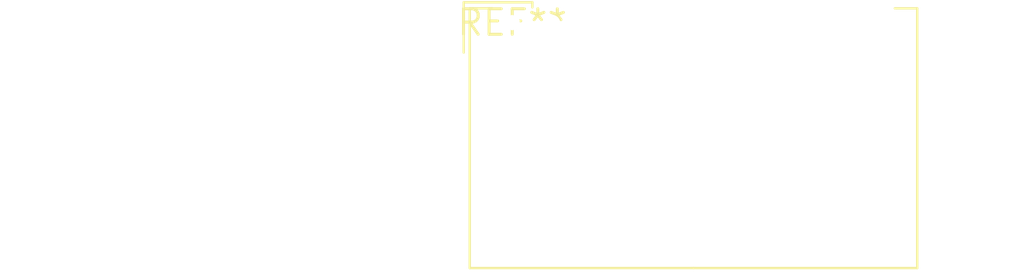
<source format=kicad_pcb>
(kicad_pcb (version 20240108) (generator pcbnew)
  (layers (0 "F.Cu" signal) (31 "B.Cu" signal) (34 "B.Paste" user) (35 "F.Paste" user) (36 "B.SilkS" user "B.Silkscreen") (37 "F.SilkS" user "F.Silkscreen") (38 "B.Mask" user) (39 "F.Mask" user) (44 "Edge.Cuts" user))
  (net 0 "")
  (footprint "JST_PUD_S20B-PUDSS-1_2x10_P2.00mm_Horizontal" (layer "F.Cu") (at 0 0)
    (property "Reference" "REF**")
    (property "Value" "JST_PUD_S20B-PUDSS-1_2x10_P2.00mm_Horizontal")
    (fp_line (start -2.41 -1.01) (end -2.41 1.49) (layer "F.SilkS") (stroke (width 0.12)))
    (fp_line (start -2.11 -0.71) (end -2.11 12.21) (layer "F.SilkS") (stroke (width 0.12)))
    (fp_line (start -2.11 12.21) (end 9 12.21) (layer "F.SilkS") (stroke (width 0.12)))
    (fp_line (start -1 -0.71) (end -2.11 -0.71) (layer "F.SilkS") (stroke (width 0.12)))
    (fp_line (start 1 -1.01) (end -2.41 -1.01) (layer "F.SilkS") (stroke (width 0.12)))
    (fp_line (start 1 -0.76) (end 1 -1.01) (layer "F.SilkS") (stroke (width 0.12)))
    (fp_line (start 19 -0.71) (end 20.11 -0.71) (layer "F.SilkS") (stroke (width 0.12)))
    (fp_line (start 20.11 -0.71) (end 20.11 12.21) (layer "F.SilkS") (stroke (width 0.12)))
    (fp_line (start 20.11 12.21) (end 9 12.21) (layer "F.SilkS") (stroke (width 0.12)))
    (pad "" np_thru_hole circle (at -0.9 9.7) (size 1.65 1.65) (drill 1.65) (layers *.Cu *.Mask))
    (pad "" np_thru_hole circle (at 18.9 9.7) (size 1.65 1.65) (drill 1.65) (layers *.Cu *.Mask))
    (pad "1" thru_hole roundrect (at 0 0) (size 1.2 1.2) (drill 0.75) (layers *.Cu *.Mask) (remove_unused_layers) (roundrect_rratio 0.208333))
    (pad "2" thru_hole circle (at 0 2) (size 1.2 1.2) (drill 0.75) (layers *.Cu *.Mask) (remove_unused_layers))
    (pad "3" thru_hole circle (at 2 0) (size 1.2 1.2) (drill 0.75) (layers *.Cu *.Mask) (remove_unused_layers))
    (pad "4" thru_hole circle (at 2 2) (size 1.2 1.2) (drill 0.75) (layers *.Cu *.Mask) (remove_unused_layers))
    (pad "5" thru_hole circle (at 4 0) (size 1.2 1.2) (drill 0.75) (layers *.Cu *.Mask) (remove_unused_layers))
    (pad "6" thru_hole circle (at 4 2) (size 1.2 1.2) (drill 0.75) (layers *.Cu *.Mask) (remove_unused_layers))
    (pad "7" thru_hole circle (at 6 0) (size 1.2 1.2) (drill 0.75) (layers *.Cu *.Mask) (remove_unused_layers))
    (pad "8" thru_hole circle (at 6 2) (size 1.2 1.2) (drill 0.75) (layers *.Cu *.Mask) (remove_unused_layers))
    (pad "9" thru_hole circle (at 8 0) (size 1.2 1.2) (drill 0.75) (layers *.Cu *.Mask) (remove_unused_layers))
    (pad "10" thru_hole circle (at 8 2) (size 1.2 1.2) (drill 0.75) (layers *.Cu *.Mask) (remove_unused_layers))
    (pad "11" thru_hole circle (at 10 0) (size 1.2 1.2) (drill 0.75) (layers *.Cu *.Mask) (remove_unused_layers))
    (pad "12" thru_hole circle (at 10 2) (size 1.2 1.2) (drill 0.75) (layers *.Cu *.Mask) (remove_unused_layers))
    (pad "13" thru_hole circle (at 12 0) (size 1.2 1.2) (drill 0.75) (layers *.Cu *.Mask) (remove_unused_layers))
    (pad "14" thru_hole circle (at 12 2) (size 1.2 1.2) (drill 0.75) (layers *.Cu *.Mask) (remove_unused_layers))
    (pad "15" thru_hole circle (at 14 0) (size 1.2 1.2) (drill 0.75) (layers *.Cu *.Mask) (remove_unused_layers))
    (pad "16" thru_hole circle (at 14 2) (size 1.2 1.2) (drill 0.75) (layers *.Cu *.Mask) (remove_unused_layers))
    (pad "17" thru_hole circle (at 16 0) (size 1.2 1.2) (drill 0.75) (layers *.Cu *.Mask) (remove_unused_layers))
    (pad "18" thru_hole circle (at 16 2) (size 1.2 1.2) (drill 0.75) (layers *.Cu *.Mask) (remove_unused_layers))
    (pad "19" thru_hole circle (at 18 0) (size 1.2 1.2) (drill 0.75) (layers *.Cu *.Mask) (remove_unused_layers))
    (pad "20" thru_hole circle (at 18 2) (size 1.2 1.2) (drill 0.75) (layers *.Cu *.Mask) (remove_unused_layers))
  )
)
</source>
